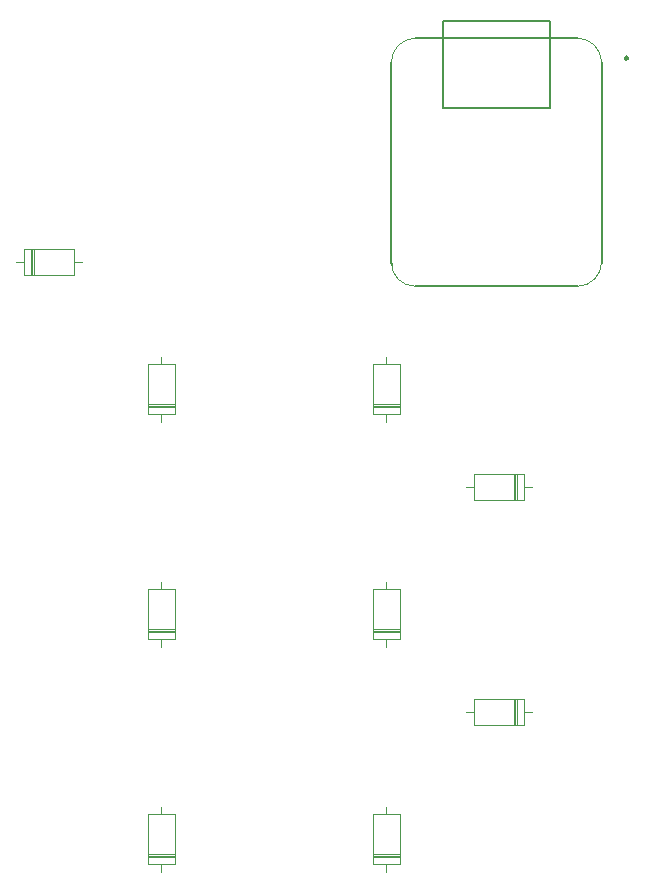
<source format=gbr>
%TF.GenerationSoftware,KiCad,Pcbnew,8.0.5*%
%TF.CreationDate,2024-10-24T23:33:23-07:00*%
%TF.ProjectId,HackPad,4861636b-5061-4642-9e6b-696361645f70,rev?*%
%TF.SameCoordinates,Original*%
%TF.FileFunction,Legend,Bot*%
%TF.FilePolarity,Positive*%
%FSLAX46Y46*%
G04 Gerber Fmt 4.6, Leading zero omitted, Abs format (unit mm)*
G04 Created by KiCad (PCBNEW 8.0.5) date 2024-10-24 23:33:23*
%MOMM*%
%LPD*%
G01*
G04 APERTURE LIST*
%ADD10C,0.120000*%
%ADD11C,0.127000*%
%ADD12C,0.254000*%
%ADD13C,0.025400*%
G04 APERTURE END LIST*
D10*
%TO.C,D22*%
X48830000Y-60805000D02*
X48830000Y-63045000D01*
X48830000Y-61925000D02*
X48180000Y-61925000D01*
X48830000Y-63045000D02*
X53070000Y-63045000D01*
X49430000Y-60805000D02*
X49430000Y-63045000D01*
X49550000Y-60805000D02*
X49550000Y-63045000D01*
X49670000Y-60805000D02*
X49670000Y-63045000D01*
X53070000Y-60805000D02*
X48830000Y-60805000D01*
X53070000Y-61925000D02*
X53720000Y-61925000D01*
X53070000Y-63045000D02*
X53070000Y-60805000D01*
%TO.C,D2*%
X59355000Y-89650000D02*
X59355000Y-93890000D01*
X59355000Y-93050000D02*
X61595000Y-93050000D01*
X59355000Y-93170000D02*
X61595000Y-93170000D01*
X59355000Y-93290000D02*
X61595000Y-93290000D01*
X59355000Y-93890000D02*
X61595000Y-93890000D01*
X60475000Y-89650000D02*
X60475000Y-89000000D01*
X60475000Y-93890000D02*
X60475000Y-94540000D01*
X61595000Y-89650000D02*
X59355000Y-89650000D01*
X61595000Y-93890000D02*
X61595000Y-89650000D01*
%TO.C,D7*%
X78405000Y-108700000D02*
X78405000Y-112940000D01*
X78405000Y-112100000D02*
X80645000Y-112100000D01*
X78405000Y-112220000D02*
X80645000Y-112220000D01*
X78405000Y-112340000D02*
X80645000Y-112340000D01*
X78405000Y-112940000D02*
X80645000Y-112940000D01*
X79525000Y-108700000D02*
X79525000Y-108050000D01*
X79525000Y-112940000D02*
X79525000Y-113590000D01*
X80645000Y-108700000D02*
X78405000Y-108700000D01*
X80645000Y-112940000D02*
X80645000Y-108700000D01*
%TO.C,D5*%
X78405000Y-70600000D02*
X78405000Y-74840000D01*
X78405000Y-74000000D02*
X80645000Y-74000000D01*
X78405000Y-74120000D02*
X80645000Y-74120000D01*
X78405000Y-74240000D02*
X80645000Y-74240000D01*
X78405000Y-74840000D02*
X80645000Y-74840000D01*
X79525000Y-70600000D02*
X79525000Y-69950000D01*
X79525000Y-74840000D02*
X79525000Y-75490000D01*
X80645000Y-70600000D02*
X78405000Y-70600000D01*
X80645000Y-74840000D02*
X80645000Y-70600000D01*
%TO.C,D6*%
X78405000Y-89650000D02*
X78405000Y-93890000D01*
X78405000Y-93050000D02*
X80645000Y-93050000D01*
X78405000Y-93170000D02*
X80645000Y-93170000D01*
X78405000Y-93290000D02*
X80645000Y-93290000D01*
X78405000Y-93890000D02*
X80645000Y-93890000D01*
X79525000Y-89650000D02*
X79525000Y-89000000D01*
X79525000Y-93890000D02*
X79525000Y-94540000D01*
X80645000Y-89650000D02*
X78405000Y-89650000D01*
X80645000Y-93890000D02*
X80645000Y-89650000D01*
%TO.C,D10*%
X86930000Y-79855000D02*
X86930000Y-82095000D01*
X86930000Y-80975000D02*
X86280000Y-80975000D01*
X86930000Y-82095000D02*
X91170000Y-82095000D01*
X90330000Y-82095000D02*
X90330000Y-79855000D01*
X90450000Y-82095000D02*
X90450000Y-79855000D01*
X90570000Y-82095000D02*
X90570000Y-79855000D01*
X91170000Y-79855000D02*
X86930000Y-79855000D01*
X91170000Y-80975000D02*
X91820000Y-80975000D01*
X91170000Y-82095000D02*
X91170000Y-79855000D01*
D11*
%TO.C,U1*%
X79954750Y-44995015D02*
X79954750Y-61995015D01*
X81954750Y-63995015D02*
X95754750Y-63995015D01*
X84354750Y-41570985D02*
X93354750Y-41570985D01*
X84354750Y-48924285D02*
X84354750Y-41570985D01*
X93354750Y-41570985D02*
X93354750Y-48924285D01*
X93354750Y-48924285D02*
X84354750Y-48924285D01*
X95754750Y-42995925D02*
X81954750Y-42995925D01*
X97754750Y-61995015D02*
X97754750Y-44995015D01*
D10*
X79954750Y-44995015D02*
G75*
G02*
X81954750Y-42995015I2044610J-44610D01*
G01*
X81954750Y-63995015D02*
G75*
G02*
X79954750Y-61995015I0J2000000D01*
G01*
X95754750Y-42995015D02*
G75*
G02*
X97754750Y-44995015I-44612J-2044612D01*
G01*
X97754750Y-61995015D02*
G75*
G02*
X95754750Y-63995015I-2044857J44857D01*
G01*
D12*
X99981750Y-44695015D02*
G75*
G02*
X99727750Y-44695015I-127000J0D01*
G01*
X99727750Y-44695015D02*
G75*
G02*
X99981750Y-44695015I127000J0D01*
G01*
D13*
X97739417Y-44884542D02*
X97742465Y-44933310D01*
X97735353Y-44835521D01*
X97739417Y-44884542D01*
X80012502Y-62405970D02*
X80002597Y-62357965D01*
X79993706Y-62309705D01*
X79986086Y-62261190D01*
X79979482Y-62212422D01*
X79974149Y-62163654D01*
X79970085Y-62114633D01*
X79967037Y-62065865D01*
X79965258Y-62016589D01*
X80012502Y-62405970D01*
D10*
%TO.C,D3*%
X59355000Y-108700000D02*
X59355000Y-112940000D01*
X59355000Y-112100000D02*
X61595000Y-112100000D01*
X59355000Y-112220000D02*
X61595000Y-112220000D01*
X59355000Y-112340000D02*
X61595000Y-112340000D01*
X59355000Y-112940000D02*
X61595000Y-112940000D01*
X60475000Y-108700000D02*
X60475000Y-108050000D01*
X60475000Y-112940000D02*
X60475000Y-113590000D01*
X61595000Y-108700000D02*
X59355000Y-108700000D01*
X61595000Y-112940000D02*
X61595000Y-108700000D01*
%TO.C,D11*%
X86930000Y-98905000D02*
X86930000Y-101145000D01*
X86930000Y-100025000D02*
X86280000Y-100025000D01*
X86930000Y-101145000D02*
X91170000Y-101145000D01*
X90330000Y-101145000D02*
X90330000Y-98905000D01*
X90450000Y-101145000D02*
X90450000Y-98905000D01*
X90570000Y-101145000D02*
X90570000Y-98905000D01*
X91170000Y-98905000D02*
X86930000Y-98905000D01*
X91170000Y-100025000D02*
X91820000Y-100025000D01*
X91170000Y-101145000D02*
X91170000Y-98905000D01*
%TO.C,D1*%
X59355000Y-70600000D02*
X59355000Y-74840000D01*
X59355000Y-74000000D02*
X61595000Y-74000000D01*
X59355000Y-74120000D02*
X61595000Y-74120000D01*
X59355000Y-74240000D02*
X61595000Y-74240000D01*
X59355000Y-74840000D02*
X61595000Y-74840000D01*
X60475000Y-70600000D02*
X60475000Y-69950000D01*
X60475000Y-74840000D02*
X60475000Y-75490000D01*
X61595000Y-70600000D02*
X59355000Y-70600000D01*
X61595000Y-74840000D02*
X61595000Y-70600000D01*
%TD*%
M02*

</source>
